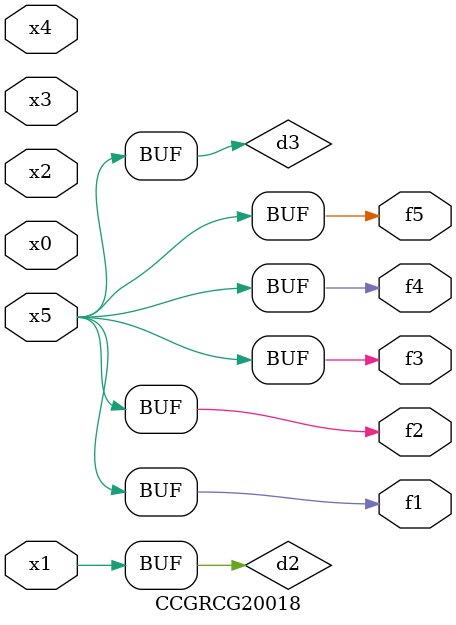
<source format=v>
module CCGRCG20018(
	input x0, x1, x2, x3, x4, x5,
	output f1, f2, f3, f4, f5
);

	wire d1, d2, d3;

	not (d1, x5);
	or (d2, x1);
	xnor (d3, d1);
	assign f1 = d3;
	assign f2 = d3;
	assign f3 = d3;
	assign f4 = d3;
	assign f5 = d3;
endmodule

</source>
